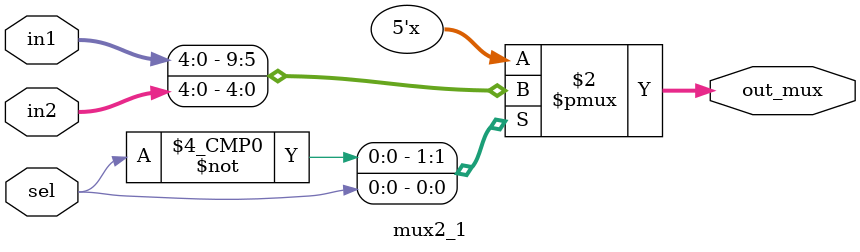
<source format=v>
module mux2_1 #(parameter width = 4)
(input [width : 0] in1, in2,
 input sel,
 output reg [width : 0] out_mux
                                );

always @(in1, in2, sel)
begin
case(sel)
     1'b0: out_mux = in1;
	  
	  1'b1: out_mux = in2;

endcase
end

endmodule
</source>
